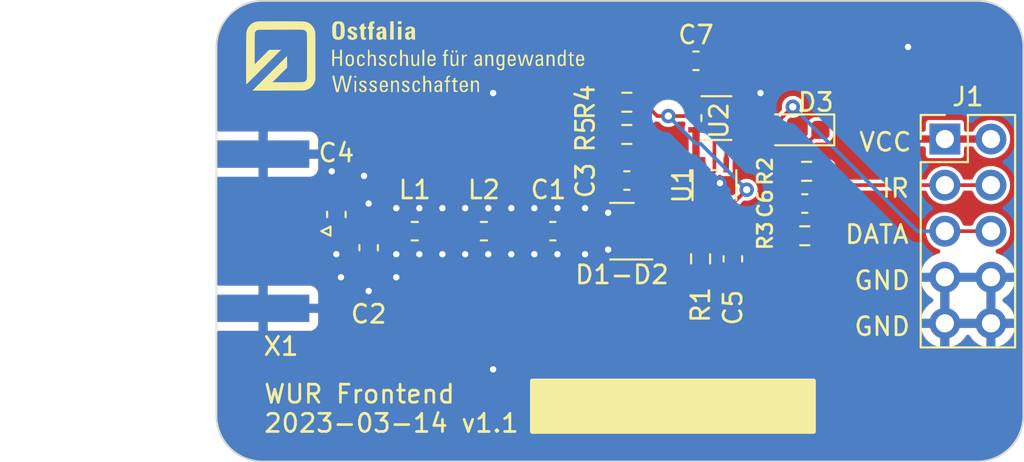
<source format=kicad_pcb>
(kicad_pcb (version 20221018) (generator pcbnew)
  (title_block (title "WUR Frontend") (rev "V1.1"))
  (layers (0 "F.Cu" signal) (31 "B.Cu" signal) (34 "B.Paste" user) (35 "F.Paste" user) (36 "B.SilkS" user "B.Silkscreen") (37 "F.SilkS" user "F.Silkscreen") (38 "B.Mask" user) (39 "F.Mask" user) (44 "Edge.Cuts" user))
  (net 0 "")
  (net 1 "Net-(C1-Pad1)")
  (net 2 "Net-(D1-D2-A)")
  (net 3 "Net-(X1-In)")
  (net 4 "GND")
  (net 5 "OP_IN+")
  (net 6 "OP_IN-")
  (net 7 "RF_IR")
  (net 8 "VCC")
  (net 9 "DATA")
  (net 10 "Net-(L1-Pad2)")
  (net 11 "Net-(D3-K)")
  (footprint "Capacitor_SMD:C_0603_1608Metric_Pad1.08x0.95mm_HandSolder" (layer "F.Cu") (at 82.028 76.2)
    (fp_text reference "C1" (at -0.24 -2.286) (layer "F.SilkS"))
    (fp_text value "100 pF" hide)
    (pad "1" smd roundrect (at -0.8625 0) (size 1.075 0.95) (layers "F.Cu" "F.Paste" "F.Mask") (net 1 "Net-(C1-Pad1)"))
    (pad "2" smd roundrect (at 0.8625 0) (size 1.075 0.95) (layers "F.Cu" "F.Paste" "F.Mask") (net 2 "Net-(D1-D2-A)"))
  )
  (footprint "Resistor_SMD:R_0603_1608Metric_Pad0.98x0.95mm_HandSolder" (layer "F.Cu") (at 90.17 77.724 -90)
    (fp_text reference "R1" (at 2.54 0 90) (layer "F.SilkS"))
    (fp_text value "100 k" hide)
    (pad "1" smd roundrect (at -0.9125 0 270) (size 0.975 0.95) (layers "F.Cu" "F.Paste" "F.Mask") (net 5 "OP_IN+"))
    (pad "2" smd roundrect (at 0.9125 0 270) (size 0.975 0.95) (layers "F.Cu" "F.Paste" "F.Mask") (net 6 "OP_IN-"))
  )
  (footprint "Connector_PinHeader_2.54mm:PinHeader_2x05_P2.54mm_Vertical" (layer "F.Cu") (at 103.627 71.12)
    (fp_text reference "J1" (at 1.27 -2.33) (layer "F.SilkS"))
    (fp_text value "Conn_02x05_Odd_Even" hide)
    (pad "1" thru_hole rect (at 0 0) (size 1.7 1.7) (drill 1) (layers "*.Cu" "*.Mask") (net 8 "VCC"))
    (pad "2" thru_hole oval (at 2.54 0) (size 1.7 1.7) (drill 1) (layers "*.Cu" "*.Mask") (net 8 "VCC"))
    (pad "3" thru_hole oval (at 0 2.54) (size 1.7 1.7) (drill 1) (layers "*.Cu" "*.Mask") (net 7 "RF_IR"))
    (pad "4" thru_hole oval (at 2.54 2.54) (size 1.7 1.7) (drill 1) (layers "*.Cu" "*.Mask") (net 7 "RF_IR"))
    (pad "5" thru_hole oval (at 0 5.08) (size 1.7 1.7) (drill 1) (layers "*.Cu" "*.Mask") (net 9 "DATA"))
    (pad "6" thru_hole oval (at 2.54 5.08) (size 1.7 1.7) (drill 1) (layers "*.Cu" "*.Mask") (net 9 "DATA"))
    (pad "7" thru_hole oval (at 0 7.62) (size 1.7 1.7) (drill 1) (layers "*.Cu" "*.Mask") (net 4 "GND"))
    (pad "8" thru_hole oval (at 2.54 7.62) (size 1.7 1.7) (drill 1) (layers "*.Cu" "*.Mask") (net 4 "GND"))
    (pad "9" thru_hole oval (at 0 10.16) (size 1.7 1.7) (drill 1) (layers "*.Cu" "*.Mask") (net 4 "GND"))
    (pad "10" thru_hole oval (at 2.54 10.16) (size 1.7 1.7) (drill 1) (layers "*.Cu" "*.Mask") (net 4 "GND"))
  )
  (footprint "Connector_Coaxial:SMA_Amphenol_132289_EdgeMount" (layer "F.Cu") (at 66.0685 76.2 180)
    (fp_text reference "X1" (at -0.9875 -6.35 180) (layer "F.SilkS"))
    (fp_text value "Conn_Coaxial")
    (pad "1" smd rect (at 0 0 270) (size 1.5 5.08) (layers "F.Cu" "F.Paste" "F.Mask") (net 3 "Net-(X1-In)"))
    (pad "2" smd rect (at 0 -4.25 270) (size 1.5 5.08) (layers "F.Cu" "F.Paste" "F.Mask") (net 4 "GND"))
    (pad "2" smd rect (at 0 -4.25 270) (size 1.5 5.08) (layers "B.Cu" "B.Paste" "B.Mask") (net 4 "GND"))
    (pad "2" smd rect (at 0 4.25 270) (size 1.5 5.08) (layers "F.Cu" "F.Paste" "F.Mask") (net 4 "GND"))
    (pad "2" smd rect (at 0 4.25 270) (size 1.5 5.08) (layers "B.Cu" "B.Paste" "B.Mask") (net 4 "GND"))
  )
  (footprint "wur:DCK_SC70" (layer "F.Cu") (at 90.932 73.66 90)
    (fp_text reference "U1" (at 0 -1.778 270) (layer "F.SilkS"))
    (fp_text value "TLV3691" hide)
    (pad "1" smd rect (at -1.12395 -0.649999 90) (size 0.8509 0.3048) (layers "F.Cu" "F.Paste" "F.Mask") (net 5 "OP_IN+"))
    (pad "2" smd rect (at -1.12395 0 90) (size 0.8509 0.3048) (layers "F.Cu" "F.Paste" "F.Mask") (net 4 "GND"))
    (pad "3" smd rect (at -1.12395 0.649999 90) (size 0.8509 0.3048) (layers "F.Cu" "F.Paste" "F.Mask") (net 6 "OP_IN-"))
    (pad "4" smd rect (at 1.12395 0.649999 90) (size 0.8509 0.3048) (layers "F.Cu" "F.Paste" "F.Mask") (net 9 "DATA"))
    (pad "5" smd rect (at 1.12395 -0.649999 90) (size 0.8509 0.3048) (layers "F.Cu" "F.Paste" "F.Mask") (net 8 "VCC"))
  )
  (footprint "wur:DCK_SC70" (layer "F.Cu") (at 91.03995 69.962001 180)
    (fp_text reference "U2" (at -0.14605 -0.141999 90) (layer "F.SilkS"))
    (fp_text value "LPV7215MG" hide)
    (pad "1" smd rect (at -1.12395 -0.649999 180) (size 0.8509 0.3048) (layers "F.Cu" "F.Paste" "F.Mask") (net 9 "DATA"))
    (pad "2" smd rect (at -1.12395 0 180) (size 0.8509 0.3048) (layers "F.Cu" "F.Paste" "F.Mask") (net 4 "GND"))
    (pad "3" smd rect (at -1.12395 0.649999 180) (size 0.8509 0.3048) (layers "F.Cu" "F.Paste" "F.Mask") (net 5 "OP_IN+"))
    (pad "4" smd rect (at 1.12395 0.649999 180) (size 0.8509 0.3048) (layers "F.Cu" "F.Paste" "F.Mask") (net 6 "OP_IN-"))
    (pad "5" smd rect (at 1.12395 -0.649999 180) (size 0.8509 0.3048) (layers "F.Cu" "F.Paste" "F.Mask") (net 8 "VCC"))
  )
  (footprint "Inductor_SMD:L_0603_1608Metric_Pad1.05x0.95mm_HandSolder" (layer "F.Cu") (at 74.422 76.2)
    (fp_text reference "L1" (at 0 -2.286) (layer "F.SilkS"))
    (fp_text value "L" hide)
    (pad "1" smd roundrect (at -0.875 0) (size 1.05 0.95) (layers "F.Cu" "F.Paste" "F.Mask") (net 3 "Net-(X1-In)"))
    (pad "2" smd roundrect (at 0.875 0) (size 1.05 0.95) (layers "F.Cu" "F.Paste" "F.Mask") (net 10 "Net-(L1-Pad2)"))
  )
  (footprint "Resistor_SMD:R_0603_1608Metric_Pad0.98x0.95mm_HandSolder" (layer "F.Cu") (at 95.9085 76.454 180)
    (fp_text reference "R3" (at 2.1825 0 90) (layer "F.SilkS") (effects (font (size 0.8001 0.8001))))
    (fp_text value "100 k" hide)
    (pad "1" smd roundrect (at -0.9125 0 180) (size 0.975 0.95) (layers "F.Cu" "F.Paste" "F.Mask") (net 7 "RF_IR"))
    (pad "2" smd roundrect (at 0.9125 0 180) (size 0.975 0.95) (layers "F.Cu" "F.Paste" "F.Mask") (net 4 "GND"))
  )
  (footprint "Diode_SMD:D_SOD-323_HandSoldering" (layer "F.Cu") (at 95.524 70.612 180)
    (fp_text reference "D3" (at -0.996 1.524) (layer "F.SilkS"))
    (fp_text value "BAS170W" hide)
    (pad "1" smd roundrect (at -1.25 0 180) (size 1 1) (layers "F.Cu" "F.Paste" "F.Mask") (net 11 "Net-(D3-K)"))
    (pad "2" smd roundrect (at 1.25 0 180) (size 1 1) (layers "F.Cu" "F.Paste" "F.Mask") (net 9 "DATA"))
  )
  (footprint "Package_TO_SOT_SMD:SOT-23" (layer "F.Cu") (at 85.838 76.2 180)
    (fp_text reference "D1-D2" (at 0 -2.4) (layer "F.SilkS"))
    (fp_text value "~" hide)
    (pad "1" smd roundrect (at -0.9375 -0.95 180) (size 1.475 0.6) (layers "F.Cu" "F.Paste" "F.Mask") (net 4 "GND"))
    (pad "2" smd roundrect (at -0.9375 0.95 180) (size 1.475 0.6) (layers "F.Cu" "F.Paste" "F.Mask") (net 5 "OP_IN+"))
    (pad "3" smd roundrect (at 0.9375 0 180) (size 1.475 0.6) (layers "F.Cu" "F.Paste" "F.Mask") (net 2 "Net-(D1-D2-A)"))
  )
  (footprint "graphics:ostfalia_slogan_4_mm" (layer "F.Cu") (at 67.564 66.548)
    (fp_text reference "G***" hide)
    (fp_text value "LOGO" hide)
  )
  (footprint "Capacitor_SMD:C_0603_1608Metric_Pad1.08x0.95mm_HandSolder" (layer "F.Cu") (at 71.882 77.11149 -90)
    (fp_text reference "C2" (at 3.66051 0 -180) (layer "F.SilkS"))
    (fp_text value "~" hide)
    (pad "1" smd roundrect (at -0.8625 0 270) (size 1.075 0.95) (layers "F.Cu" "F.Paste" "F.Mask") (net 3 "Net-(X1-In)"))
    (pad "2" smd roundrect (at 0.8625 0 270) (size 1.075 0.95) (layers "F.Cu" "F.Paste" "F.Mask") (net 4 "GND"))
  )
  (footprint "Resistor_SMD:R_0603_1608Metric_Pad0.98x0.95mm_HandSolder" (layer "F.Cu") (at 86.106 69.088 180)
    (fp_text reference "R4" (at 2.286 0 90) (layer "F.SilkS"))
    (fp_text value "~" hide)
    (pad "1" smd roundrect (at -0.9125 0 180) (size 0.975 0.95) (layers "F.Cu" "F.Paste" "F.Mask") (net 6 "OP_IN-"))
    (pad "2" smd roundrect (at 0.9125 0 180) (size 0.975 0.95) (layers "F.Cu" "F.Paste" "F.Mask") (net 8 "VCC"))
  )
  (footprint "graphics:ostfalia_icon_4_mm" (layer "F.Cu") (at 67.056 66.548)
    (fp_text reference "G***" hide)
    (fp_text value "LOGO" hide)
  )
  (footprint "Resistor_SMD:R_0603_1608Metric_Pad0.98x0.95mm_HandSolder" (layer "F.Cu") (at 86.106 70.866)
    (fp_text reference "R5" (at -2.286 0 90) (layer "F.SilkS"))
    (fp_text value "~" hide)
    (pad "1" smd roundrect (at -0.9125 0) (size 0.975 0.95) (layers "F.Cu" "F.Paste" "F.Mask") (net 4 "GND"))
    (pad "2" smd roundrect (at 0.9125 0) (size 0.975 0.95) (layers "F.Cu" "F.Paste" "F.Mask") (net 6 "OP_IN-"))
  )
  (footprint "Capacitor_SMD:C_0603_1608Metric_Pad1.08x0.95mm_HandSolder" (layer "F.Cu") (at 70.104 75.278365 90)
    (fp_text reference "C4" (at 3.396365 0 180) (layer "F.SilkS"))
    (fp_text value "~" hide)
    (pad "1" smd roundrect (at -0.8625 0 90) (size 1.075 0.95) (layers "F.Cu" "F.Paste" "F.Mask") (net 3 "Net-(X1-In)"))
    (pad "2" smd roundrect (at 0.8625 0 90) (size 1.075 0.95) (layers "F.Cu" "F.Paste" "F.Mask") (net 4 "GND"))
  )
  (footprint "Capacitor_SMD:C_0603_1608Metric_Pad1.08x0.95mm_HandSolder" (layer "F.Cu") (at 95.9085 74.676)
    (fp_text reference "C6" (at -2.1825 0 90) (layer "F.SilkS") (effects (font (size 0.8001 0.8001))))
    (fp_text value "200 nF" hide)
    (pad "1" smd roundrect (at -0.8625 0) (size 1.075 0.95) (layers "F.Cu" "F.Paste" "F.Mask") (net 4 "GND"))
    (pad "2" smd roundrect (at 0.8625 0) (size 1.075 0.95) (layers "F.Cu" "F.Paste" "F.Mask") (net 7 "RF_IR"))
  )
  (footprint "Capacitor_SMD:C_0603_1608Metric_Pad1.08x0.95mm_HandSolder" (layer "F.Cu") (at 86.106 73.406)
    (fp_text reference "C3" (at -2.286 0 90) (layer "F.SilkS"))
    (fp_text value "22 pf" hide)
    (pad "1" smd roundrect (at -0.8625 0) (size 1.075 0.95) (layers "F.Cu" "F.Paste" "F.Mask") (net 4 "GND"))
    (pad "2" smd roundrect (at 0.8625 0) (size 1.075 0.95) (layers "F.Cu" "F.Paste" "F.Mask") (net 5 "OP_IN+"))
  )
  (footprint "Resistor_SMD:R_0603_1608Metric_Pad0.98x0.95mm_HandSolder" (layer "F.Cu") (at 96.012 72.898)
    (fp_text reference "R2" (at -2.286 0 90) (layer "F.SilkS") (effects (font (size 0.8001 0.8001))))
    (fp_text value "1 k" hide)
    (pad "1" smd roundrect (at -0.9125 0) (size 0.975 0.95) (layers "F.Cu" "F.Paste" "F.Mask") (net 11 "Net-(D3-K)"))
    (pad "2" smd roundrect (at 0.9125 0) (size 0.975 0.95) (layers "F.Cu" "F.Paste" "F.Mask") (net 7 "RF_IR"))
  )
  (footprint "Inductor_SMD:L_0603_1608Metric_Pad1.05x0.95mm_HandSolder" (layer "F.Cu") (at 78.232 76.2)
    (fp_text reference "L2" (at 0 -2.286) (layer "F.SilkS"))
    (fp_text value "L" hide)
    (pad "1" smd roundrect (at -0.875 0) (size 1.05 0.95) (layers "F.Cu" "F.Paste" "F.Mask") (net 10 "Net-(L1-Pad2)"))
    (pad "2" smd roundrect (at 0.875 0) (size 1.05 0.95) (layers "F.Cu" "F.Paste" "F.Mask") (net 1 "Net-(C1-Pad1)"))
  )
  (footprint "Capacitor_SMD:C_0603_1608Metric_Pad1.08x0.95mm_HandSolder" (layer "F.Cu") (at 91.948 77.724 90)
    (fp_text reference "C5" (at -2.6935 0 90) (layer "F.SilkS"))
    (fp_text value "1 nF" hide)
    (pad "1" smd roundrect (at -0.8625 0 90) (size 1.075 0.95) (layers "F.Cu" "F.Paste" "F.Mask") (net 4 "GND"))
    (pad "2" smd roundrect (at 0.8625 0 90) (size 1.075 0.95) (layers "F.Cu" "F.Paste" "F.Mask") (net 6 "OP_IN-"))
  )
  (footprint "Capacitor_SMD:C_0603_1608Metric_Pad1.08x0.95mm_HandSolder" (layer "F.Cu") (at 89.916 66.802)
    (fp_text reference "C7" (at 0 -1.43) (layer "F.SilkS"))
    (fp_text value "200 nF" hide)
    (pad "1" smd roundrect (at -0.8625 0) (size 1.075 0.95) (layers "F.Cu" "F.Paste" "F.Mask") (net 4 "GND"))
    (pad "2" smd roundrect (at 0.8625 0) (size 1.075 0.95) (layers "F.Cu" "F.Paste" "F.Mask") (net 8 "VCC"))
  )
  (gr_line (start 63.5 86.36) (end 63.5 66.04) (stroke (width 0.1)) (layer "Edge.Cuts"))
  (gr_arc (start 107.95 86.36) (mid 107.206051 88.156051) (end 105.41 88.9) (stroke (width 0.1)) (layer "Edge.Cuts"))
  (gr_arc (start 66.04 88.9) (mid 64.243949 88.156051) (end 63.5 86.36) (stroke (width 0.1)) (layer "Edge.Cuts"))
  (gr_line (start 107.95 66.04) (end 107.95 86.36) (stroke (width 0.1)) (layer "Edge.Cuts"))
  (gr_arc (start 105.41 63.5) (mid 107.206051 64.243949) (end 107.95 66.04) (stroke (width 0.1)) (layer "Edge.Cuts"))
  (gr_line (start 66.04 63.5) (end 105.41 63.5) (stroke (width 0.1)) (layer "Edge.Cuts"))
  (gr_line (start 105.41 88.9) (end 66.04 88.9) (stroke (width 0.1)) (layer "Edge.Cuts"))
  (gr_arc (start 63.5 66.04) (mid 64.243949 64.243949) (end 66.04 63.5) (stroke (width 0.1)) (layer "Edge.Cuts"))
  (gr_text "GND" (at 98.552 82.042) (layer "F.SilkS") (effects (font (size 1 1)) (justify left bottom)))
  (gr_text "WUR Frontend\n2023-03-14 v1.1" (at 66.04 87.376) (layer "F.SilkS") (effects (font (size 1 1)) (justify left bottom)))
  (gr_text "VCC" (at 98.819463 71.872081) (layer "F.SilkS") (effects (font (size 1 1)) (justify left bottom)))
  (gr_text "GND" (at 98.552 79.502) (layer "F.SilkS") (effects (font (size 1 1)) (justify left bottom)))
  (gr_text "IR" (at 100.076 74.422) (layer "F.SilkS") (effects (font (size 1 1)) (justify left bottom)))
  (gr_text "DATA" (at 98.044 76.962) (layer "F.SilkS") (effects (font (size 1 1)) (justify left bottom)))
  (segment (start 81.1655 76.2) (end 78.966 76.2) (width 0.6223) (layer "F.Cu") (net 1))
  (segment (start 84.9005 76.2) (end 82.8905 76.2) (width 0.6223) (layer "F.Cu") (net 2))
  (segment (start 70.104 76.140865) (end 71.773875 76.140865) (width 0.6223) (layer "F.Cu") (net 3))
  (segment (start 66.0685 76.2) (end 70.044865 76.2) (width 0.6223) (layer "F.Cu") (net 3))
  (segment (start 71.773875 76.140865) (end 71.882 76.24899) (width 0.6223) (layer "F.Cu") (net 3))
  (segment (start 73.49801 76.24899) (end 73.547 76.2) (width 0.6223) (layer "F.Cu") (net 3))
  (segment (start 70.044865 76.2) (end 70.104 76.140865) (width 0.6223) (layer "F.Cu") (net 3))
  (segment (start 71.882 76.24899) (end 73.49801 76.24899) (width 0.6223) (layer "F.Cu") (net 3))
  (via (at 71.882 74.676) (size 0.75) (drill 0.35) (layers "F.Cu" "B.Cu") (net 4))
  (via (at 78.472 77.47) (size 0.75) (drill 0.35) (layers "F.Cu" "B.Cu") (net 4))
  (via (at 75.946 74.93) (size 0.75) (drill 0.35) (layers "F.Cu" "B.Cu") (net 4))
  (via (at 85.076 75.184) (size 0.75) (drill 0.35) (layers "F.Cu" "B.Cu") (net 4))
  (via (at 91.237172 73.548979) (size 0.75) (drill 0.35) (layers "F.Cu" "B.Cu") (net 4))
  (via (at 74.676 74.93) (size 0.75) (drill 0.35) (layers "F.Cu" "B.Cu") (net 4))
  (via (at 73.406 77.47) (size 0.75) (drill 0.35) (layers "F.Cu" "B.Cu") (net 4))
  (via (at 81.012 77.47) (size 0.75) (drill 0.35) (layers "F.Cu" "B.Cu") (net 4))
  (via (at 77.202 77.47) (size 0.75) (drill 0.35) (layers "F.Cu" "B.Cu") (net 4))
  (via (at 77.202 74.93) (size 0.75) (drill 0.35) (layers "F.Cu" "B.Cu") (net 4))
  (via (at 79.742 74.93) (size 0.75) (drill 0.35) (layers "F.Cu" "B.Cu") (net 4))
  (via (at 79.742 77.47) (size 0.75) (drill 0.35) (layers "F.Cu" "B.Cu") (net 4))
  (via (at 75.946 77.47) (size 0.75) (drill 0.35) (layers "F.Cu" "B.Cu") (net 4))
  (via (at 83.806 77.47) (size 0.75) (drill 0.35) (layers "F.Cu" "B.Cu") (net 4))
  (via (at 74.676 77.47) (size 0.75) (drill 0.35) (layers "F.Cu" "B.Cu") (net 4))
  (via (at 78.74 68.58) (size 0.75) (drill 0.35) (layers "F.Cu" "B.Cu") (net 4))
  (via (at 93.472 68.58) (size 0.75) (drill 0.35) (layers "F.Cu" "B.Cu") (net 4))
  (via (at 82.282 77.47) (size 0.75) (drill 0.35) (layers "F.Cu" "B.Cu") (net 4))
  (via (at 70.104 77.47) (size 0.75) (drill 0.35) (layers "F.Cu" "B.Cu") (net 4))
  (via (at 73.406 78.74) (size 0.75) (drill 0.35) (layers "F.Cu" "B.Cu") (net 4))
  (via (at 83.806 74.93) (size 0.75) (drill 0.35) (layers "F.Cu" "B.Cu") (net 4))
  (via (at 81.012 74.93) (size 0.75) (drill 0.35) (layers "F.Cu" "B.Cu") (net 4))
  (via (at 78.472 74.93) (size 0.75) (drill 0.35) (layers "F.Cu" "B.Cu") (net 4))
  (via (at 71.628 73.152) (size 0.75) (drill 0.35) (layers "F.Cu" "B.Cu") (net 4))
  (via (at 78.74 83.82) (size 0.75) (drill 0.35) (layers "F.Cu" "B.Cu") (net 4))
  (via (at 82.282 74.93) (size 0.75) (drill 0.35) (layers "F.Cu" "B.Cu") (net 4))
  (via (at 85.076 77.216) (size 0.75) (drill 0.35) (layers "F.Cu" "B.Cu") (net 4))
  (via (at 69.85 72.898) (size 0.75) (drill 0.35) (layers "F.Cu" "B.Cu") (net 4))
  (via (at 73.406 74.93) (size 0.75) (drill 0.35) (layers "F.Cu" "B.Cu") (net 4))
  (via (at 71.882 79.502) (size 0.75) (drill 0.35) (layers "F.Cu" "B.Cu") (net 4))
  (via (at 101.6 66.04) (size 0.75) (drill 0.35) (layers "F.Cu" "B.Cu") (net 4))
  (via (at 70.358 78.74) (size 0.75) (drill 0.35) (layers "F.Cu" "B.Cu") (net 4))
  (segment (start 90.282001 74.78395) (end 90.282001 73.547999) (width 0.2032) (layer "F.Cu") (net 5))
  (segment (start 91.632849 69.312002) (end 92.1639 69.312002) (width 0.2032) (layer "F.Cu") (net 5))
  (segment (start 90.932 72.898) (end 90.932 70.358) (width 0.2032) (layer "F.Cu") (net 5))
  (segment (start 90.282001 76.699499) (end 90.17 76.8115) (width 0.2032) (layer "F.Cu") (net 5))
  (segment (start 86.7755 75.25) (end 87.24155 74.78395) (width 0.2032) (layer "F.Cu") (net 5))
  (segment (start 86.7755 73.599) (end 86.9685 73.406) (width 0.2032) (layer "F.Cu") (net 5))
  (segment (start 90.282001 73.547999) (end 90.932 72.898) (width 0.2032) (layer "F.Cu") (net 5))
  (segment (start 90.932 70.358) (end 91.43685 69.85315) (width 0.2032) (layer "F.Cu") (net 5))
  (segment (start 91.43685 69.85315) (end 91.43685 69.508001) (width 0.2032) (layer "F.Cu") (net 5))
  (segment (start 87.24155 74.78395) (end 90.282001 74.78395) (width 0.2032) (layer "F.Cu") (net 5))
  (segment (start 91.43685 69.508001) (end 91.632849 69.312002) (width 0.2032) (layer "F.Cu") (net 5))
  (segment (start 86.7755 75.25) (end 86.7755 73.599) (width 0.2032) (layer "F.Cu") (net 5))
  (segment (start 90.282001 74.78395) (end 90.282001 76.699499) (width 0.2032) (layer "F.Cu") (net 5))
  (segment (start 90.173 78.6365) (end 91.948 76.8615) (width 0.2032) (layer "F.Cu") (net 6))
  (segment (start 88.392 69.85) (end 87.7805 69.85) (width 0.2032) (layer "F.Cu") (net 6))
  (segment (start 91.581999 74.78395) (end 91.84005 74.78395) (width 0.2032) (layer "F.Cu") (net 6))
  (segment (start 91.581999 76.495499) (end 91.581999 74.78395) (width 0.2032) (layer "F.Cu") (net 6))
  (segment (start 88.392 69.85) (end 89.378002 69.85) (width 0.2032) (layer "F.Cu") (net 6))
  (segment (start 90.17 78.6365) (end 90.173 78.6365) (width 0.2032) (layer "F.Cu") (net 6))
  (segment (start 91.948 76.8615) (end 91.581999 76.495499) (width 0.2032) (layer "F.Cu") (net 6))
  (segment (start 91.84005 74.78395) (end 92.71 73.914) (width 0.2032) (layer "F.Cu") (net 6))
  (segment (start 89.378002 69.85) (end 89.916 69.312002) (width 0.2032) (layer "F.Cu") (net 6))
  (segment (start 87.0185 69.088) (end 87.0185 70.866) (width 0.2032) (layer "F.Cu") (net 6))
  (segment (start 87.7805 69.85) (end 87.0185 69.088) (width 0.2032) (layer "F.Cu") (net 6))
  (via (at 88.392 69.85) (size 0.8) (drill 0.4) (layers "F.Cu" "B.Cu") (net 6))
  (via (at 92.71 73.914) (size 0.8) (drill 0.4) (layers "F.Cu" "B.Cu") (net 6))
  (segment (start 90.17 71.374) (end 92.71 73.914) (width 0.2032) (layer "B.Cu") (net 6))
  (segment (start 88.392 69.85) (end 89.916 71.374) (width 0.2032) (layer "B.Cu") (net 6))
  (segment (start 89.916 71.374) (end 90.17 71.374) (width 0.2032) (layer "B.Cu") (net 6))
  (segment (start 96.9245 72.898) (end 97.6865 73.66) (width 0.2032) (layer "F.Cu") (net 7))
  (segment (start 97.6865 73.66) (end 103.627 73.66) (width 0.2032) (layer "F.Cu") (net 7))
  (segment (start 103.627 73.66) (end 106.167 73.66) (width 0.2032) (layer "F.Cu") (net 7))
  (segment (start 96.771 73.0515) (end 96.9245 72.898) (width 0.2032) (layer "F.Cu") (net 7))
  (segment (start 96.771 74.676) (end 96.771 73.0515) (width 0.2032) (layer "F.Cu") (net 7))
  (segment (start 96.771 74.676) (end 96.771 76.404) (width 0.2032) (layer "F.Cu") (net 7))
  (segment (start 85.1935 69.088) (end 86.2095 68.072) (width 0.4064) (layer "F.Cu") (net 8))
  (segment (start 91.0325 67.056) (end 90.7785 66.802) (width 0.4064) (layer "F.Cu") (net 8))
  (segment (start 106.167 71.12) (end 103.627 71.12) (width 0.4064) (layer "F.Cu") (net 8))
  (segment (start 89.916 72.170049) (end 90.282001 72.53605) (width 0.4064) (layer "F.Cu") (net 8))
  (segment (start 90.932 66.9555) (end 90.7785 66.802) (width 0.4064) (layer "F.Cu") (net 8))
  (segment (start 102.108 71.12) (end 98.044 67.056) (width 0.4064) (layer "F.Cu") (net 8))
  (segment (start 86.2095 68.072) (end 90.678 68.072) (width 0.4064) (layer "F.Cu") (net 8))
  (segment (start 98.044 67.056) (end 91.0325 67.056) (width 0.4064) (layer "F.Cu") (net 8))
  (segment (start 90.678 68.072) (end 90.932 68.326) (width 0.4064) (layer "F.Cu") (net 8))
  (segment (start 103.627 71.12) (end 102.108 71.12) (width 0.4064) (layer "F.Cu") (net 8))
  (segment (start 90.932 69.596) (end 90.932 68.326) (width 0.4064) (layer "F.Cu") (net 8))
  (segment (start 89.916 70.612) (end 90.932 69.596) (width 0.4064) (layer "F.Cu") (net 8))
  (segment (start 90.932 68.326) (end 90.932 66.9555) (width 0.4064) (layer "F.Cu") (net 8))
  (segment (start 89.916 70.612) (end 89.916 72.170049) (width 0.4064) (layer "F.Cu") (net 8))
  (segment (start 92.1639 70.612) (end 94.274 70.612) (width 0.2032) (layer "F.Cu") (net 9))
  (segment (start 94.274 70.318) (end 95.25 69.342) (width 0.2032) (layer "F.Cu") (net 9))
  (segment (start 91.581999 72.53605) (end 91.581999 71.193901) (width 0.2032) (layer "F.Cu") (net 9))
  (segment (start 91.581999 71.193901) (end 92.1639 70.612) (width 0.2032) (layer "F.Cu") (net 9))
  (segment (start 103.627 76.2) (end 106.167 76.2) (width 0.2032) (layer "F.Cu") (net 9))
  (segment (start 94.274 70.612) (end 94.274 70.318) (width 0.2032) (layer "F.Cu") (net 9))
  (via (at 95.25 69.342) (size 0.8) (drill 0.4) (layers "F.Cu" "B.Cu") (net 9))
  (segment (start 95.25 69.342) (end 102.108 76.2) (width 0.2032) (layer "B.Cu") (net 9))
  (segment (start 102.108 76.2) (end 103.627 76.2) (width 0.2032) (layer "B.Cu") (net 9))
  (segment (start 77.216 76.2) (end 75.156 76.2) (width 0.6223) (layer "F.Cu") (net 10))
  (segment (start 95.0995 72.898) (end 95.0995 72.2865) (width 0.2032) (layer "F.Cu") (net 11))
  (segment (start 95.0995 72.2865) (end 96.774 70.612) (width 0.2032) (layer "F.Cu") (net 11))
  (zone (net 4) (net_name "GND") (layer "F.Cu") (connect_pads (clearance 0.003175)) (min_thickness 0.25) (fill yes (thermal_gap 0.5) (thermal_bridge_width 0.5) (island_removal_mode 2) (island_area_min 6.4516))
    (polygon (pts (xy 63.5 63.5) (xy 107.95 63.5) (xy 107.95 88.9) (xy 63.5 88.9)))
  )
  (zone (net 4) (net_name "GND") (layer "B.Cu") (priority 1) (connect_pads (clearance 0.5)) (min_thickness 0.25) (fill yes (thermal_gap 0.5) (thermal_bridge_width 0.5))
    (polygon (pts (xy 63.5 63.5) (xy 107.95 63.5) (xy 107.95 88.9) (xy 63.5 88.9)))
  )
  (zone (net 0) (net_name "") (layers "F.SilkS" "F.CrtYd") (connect_pads (clearance 0.003175)) (min_thickness 0.25) (fill yes (thermal_gap 0.5) (thermal_bridge_width 0.5) (island_removal_mode 2) (island_area_min 3.580657))
    (polygon (pts (xy 80.772 84.328) (xy 96.52 84.328) (xy 96.52 87.376) (xy 80.772 87.376)))
  )
)
</source>
